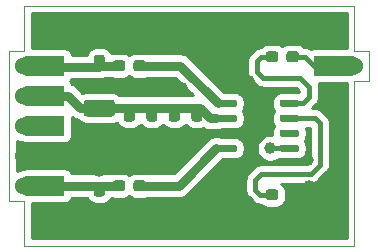
<source format=gbr>
%TF.GenerationSoftware,KiCad,Pcbnew,(5.1.9)-1*%
%TF.CreationDate,2021-08-02T18:10:52+02:00*%
%TF.ProjectId,10_Audio_Facile,31305f41-7564-4696-9f5f-466163696c65,rev?*%
%TF.SameCoordinates,Original*%
%TF.FileFunction,Copper,L1,Top*%
%TF.FilePolarity,Positive*%
%FSLAX46Y46*%
G04 Gerber Fmt 4.6, Leading zero omitted, Abs format (unit mm)*
G04 Created by KiCad (PCBNEW (5.1.9)-1) date 2021-08-02 18:10:52*
%MOMM*%
%LPD*%
G01*
G04 APERTURE LIST*
%TA.AperFunction,Profile*%
%ADD10C,0.050000*%
%TD*%
%TA.AperFunction,ComponentPad*%
%ADD11C,1.524000*%
%TD*%
%TA.AperFunction,ComponentPad*%
%ADD12C,0.100000*%
%TD*%
%TA.AperFunction,ViaPad*%
%ADD13C,1.000000*%
%TD*%
%TA.AperFunction,Conductor*%
%ADD14C,0.400000*%
%TD*%
%TA.AperFunction,Conductor*%
%ADD15C,0.800000*%
%TD*%
%TA.AperFunction,Conductor*%
%ADD16C,0.254000*%
%TD*%
%TA.AperFunction,Conductor*%
%ADD17C,0.100000*%
%TD*%
G04 APERTURE END LIST*
D10*
X130810000Y-67310000D02*
X129540000Y-67310000D01*
X130810000Y-64770000D02*
X130810000Y-67310000D01*
X129540000Y-64770000D02*
X130810000Y-64770000D01*
X129540000Y-60960000D02*
X129540000Y-64770000D01*
X129540000Y-67310000D02*
X129540000Y-81280000D01*
X101600000Y-60960000D02*
X129540000Y-60960000D01*
X101600000Y-77470000D02*
X101600000Y-81280000D01*
X100330000Y-77470000D02*
X101600000Y-77470000D01*
X101600000Y-60960000D02*
X101600000Y-64770000D01*
X101600000Y-64770000D02*
X100330000Y-64770000D01*
X129540000Y-81280000D02*
X101600000Y-81280000D01*
X100330000Y-77470000D02*
X100330000Y-64770000D01*
%TO.P,C1,2*%
%TO.N,5V*%
%TA.AperFunction,SMDPad,CuDef*%
G36*
G01*
X109025000Y-70345000D02*
X106875000Y-70345000D01*
G75*
G02*
X106625000Y-70095000I0J250000D01*
G01*
X106625000Y-69170000D01*
G75*
G02*
X106875000Y-68920000I250000J0D01*
G01*
X109025000Y-68920000D01*
G75*
G02*
X109275000Y-69170000I0J-250000D01*
G01*
X109275000Y-70095000D01*
G75*
G02*
X109025000Y-70345000I-250000J0D01*
G01*
G37*
%TD.AperFunction*%
%TO.P,C1,1*%
%TO.N,GND*%
%TA.AperFunction,SMDPad,CuDef*%
G36*
G01*
X109025000Y-73320000D02*
X106875000Y-73320000D01*
G75*
G02*
X106625000Y-73070000I0J250000D01*
G01*
X106625000Y-72145000D01*
G75*
G02*
X106875000Y-71895000I250000J0D01*
G01*
X109025000Y-71895000D01*
G75*
G02*
X109275000Y-72145000I0J-250000D01*
G01*
X109275000Y-73070000D01*
G75*
G02*
X109025000Y-73320000I-250000J0D01*
G01*
G37*
%TD.AperFunction*%
%TD*%
%TO.P,C2,2*%
%TO.N,5V*%
%TA.AperFunction,SMDPad,CuDef*%
G36*
G01*
X110727500Y-70770000D02*
X110252500Y-70770000D01*
G75*
G02*
X110015000Y-70532500I0J237500D01*
G01*
X110015000Y-69957500D01*
G75*
G02*
X110252500Y-69720000I237500J0D01*
G01*
X110727500Y-69720000D01*
G75*
G02*
X110965000Y-69957500I0J-237500D01*
G01*
X110965000Y-70532500D01*
G75*
G02*
X110727500Y-70770000I-237500J0D01*
G01*
G37*
%TD.AperFunction*%
%TO.P,C2,1*%
%TO.N,GND*%
%TA.AperFunction,SMDPad,CuDef*%
G36*
G01*
X110727500Y-72520000D02*
X110252500Y-72520000D01*
G75*
G02*
X110015000Y-72282500I0J237500D01*
G01*
X110015000Y-71707500D01*
G75*
G02*
X110252500Y-71470000I237500J0D01*
G01*
X110727500Y-71470000D01*
G75*
G02*
X110965000Y-71707500I0J-237500D01*
G01*
X110965000Y-72282500D01*
G75*
G02*
X110727500Y-72520000I-237500J0D01*
G01*
G37*
%TD.AperFunction*%
%TD*%
%TO.P,C3,2*%
%TO.N,5V*%
%TA.AperFunction,SMDPad,CuDef*%
G36*
G01*
X112632500Y-70770000D02*
X112157500Y-70770000D01*
G75*
G02*
X111920000Y-70532500I0J237500D01*
G01*
X111920000Y-69957500D01*
G75*
G02*
X112157500Y-69720000I237500J0D01*
G01*
X112632500Y-69720000D01*
G75*
G02*
X112870000Y-69957500I0J-237500D01*
G01*
X112870000Y-70532500D01*
G75*
G02*
X112632500Y-70770000I-237500J0D01*
G01*
G37*
%TD.AperFunction*%
%TO.P,C3,1*%
%TO.N,GND*%
%TA.AperFunction,SMDPad,CuDef*%
G36*
G01*
X112632500Y-72520000D02*
X112157500Y-72520000D01*
G75*
G02*
X111920000Y-72282500I0J237500D01*
G01*
X111920000Y-71707500D01*
G75*
G02*
X112157500Y-71470000I237500J0D01*
G01*
X112632500Y-71470000D01*
G75*
G02*
X112870000Y-71707500I0J-237500D01*
G01*
X112870000Y-72282500D01*
G75*
G02*
X112632500Y-72520000I-237500J0D01*
G01*
G37*
%TD.AperFunction*%
%TD*%
%TO.P,C4,2*%
%TO.N,5V*%
%TA.AperFunction,SMDPad,CuDef*%
G36*
G01*
X114537500Y-70770000D02*
X114062500Y-70770000D01*
G75*
G02*
X113825000Y-70532500I0J237500D01*
G01*
X113825000Y-69957500D01*
G75*
G02*
X114062500Y-69720000I237500J0D01*
G01*
X114537500Y-69720000D01*
G75*
G02*
X114775000Y-69957500I0J-237500D01*
G01*
X114775000Y-70532500D01*
G75*
G02*
X114537500Y-70770000I-237500J0D01*
G01*
G37*
%TD.AperFunction*%
%TO.P,C4,1*%
%TO.N,GND*%
%TA.AperFunction,SMDPad,CuDef*%
G36*
G01*
X114537500Y-72520000D02*
X114062500Y-72520000D01*
G75*
G02*
X113825000Y-72282500I0J237500D01*
G01*
X113825000Y-71707500D01*
G75*
G02*
X114062500Y-71470000I237500J0D01*
G01*
X114537500Y-71470000D01*
G75*
G02*
X114775000Y-71707500I0J-237500D01*
G01*
X114775000Y-72282500D01*
G75*
G02*
X114537500Y-72520000I-237500J0D01*
G01*
G37*
%TD.AperFunction*%
%TD*%
%TO.P,C5,2*%
%TO.N,5V*%
%TA.AperFunction,SMDPad,CuDef*%
G36*
G01*
X116442500Y-70770000D02*
X115967500Y-70770000D01*
G75*
G02*
X115730000Y-70532500I0J237500D01*
G01*
X115730000Y-69957500D01*
G75*
G02*
X115967500Y-69720000I237500J0D01*
G01*
X116442500Y-69720000D01*
G75*
G02*
X116680000Y-69957500I0J-237500D01*
G01*
X116680000Y-70532500D01*
G75*
G02*
X116442500Y-70770000I-237500J0D01*
G01*
G37*
%TD.AperFunction*%
%TO.P,C5,1*%
%TO.N,GND*%
%TA.AperFunction,SMDPad,CuDef*%
G36*
G01*
X116442500Y-72520000D02*
X115967500Y-72520000D01*
G75*
G02*
X115730000Y-72282500I0J237500D01*
G01*
X115730000Y-71707500D01*
G75*
G02*
X115967500Y-71470000I237500J0D01*
G01*
X116442500Y-71470000D01*
G75*
G02*
X116680000Y-71707500I0J-237500D01*
G01*
X116680000Y-72282500D01*
G75*
G02*
X116442500Y-72520000I-237500J0D01*
G01*
G37*
%TD.AperFunction*%
%TD*%
%TO.P,C6,2*%
%TO.N,GND*%
%TA.AperFunction,SMDPad,CuDef*%
G36*
G01*
X108187500Y-64420000D02*
X107712500Y-64420000D01*
G75*
G02*
X107475000Y-64182500I0J237500D01*
G01*
X107475000Y-63607500D01*
G75*
G02*
X107712500Y-63370000I237500J0D01*
G01*
X108187500Y-63370000D01*
G75*
G02*
X108425000Y-63607500I0J-237500D01*
G01*
X108425000Y-64182500D01*
G75*
G02*
X108187500Y-64420000I-237500J0D01*
G01*
G37*
%TD.AperFunction*%
%TO.P,C6,1*%
%TO.N,OUT_P*%
%TA.AperFunction,SMDPad,CuDef*%
G36*
G01*
X108187500Y-66170000D02*
X107712500Y-66170000D01*
G75*
G02*
X107475000Y-65932500I0J237500D01*
G01*
X107475000Y-65357500D01*
G75*
G02*
X107712500Y-65120000I237500J0D01*
G01*
X108187500Y-65120000D01*
G75*
G02*
X108425000Y-65357500I0J-237500D01*
G01*
X108425000Y-65932500D01*
G75*
G02*
X108187500Y-66170000I-237500J0D01*
G01*
G37*
%TD.AperFunction*%
%TD*%
%TO.P,C7,2*%
%TO.N,GND*%
%TA.AperFunction,SMDPad,CuDef*%
G36*
G01*
X123794000Y-77199500D02*
X123794000Y-76724500D01*
G75*
G02*
X124031500Y-76487000I237500J0D01*
G01*
X124606500Y-76487000D01*
G75*
G02*
X124844000Y-76724500I0J-237500D01*
G01*
X124844000Y-77199500D01*
G75*
G02*
X124606500Y-77437000I-237500J0D01*
G01*
X124031500Y-77437000D01*
G75*
G02*
X123794000Y-77199500I0J237500D01*
G01*
G37*
%TD.AperFunction*%
%TO.P,C7,1*%
%TO.N,Net-(C7-Pad1)*%
%TA.AperFunction,SMDPad,CuDef*%
G36*
G01*
X122044000Y-77199500D02*
X122044000Y-76724500D01*
G75*
G02*
X122281500Y-76487000I237500J0D01*
G01*
X122856500Y-76487000D01*
G75*
G02*
X123094000Y-76724500I0J-237500D01*
G01*
X123094000Y-77199500D01*
G75*
G02*
X122856500Y-77437000I-237500J0D01*
G01*
X122281500Y-77437000D01*
G75*
G02*
X122044000Y-77199500I0J237500D01*
G01*
G37*
%TD.AperFunction*%
%TD*%
%TO.P,C8,2*%
%TO.N,IN*%
%TA.AperFunction,SMDPad,CuDef*%
G36*
G01*
X123794000Y-65515500D02*
X123794000Y-65040500D01*
G75*
G02*
X124031500Y-64803000I237500J0D01*
G01*
X124606500Y-64803000D01*
G75*
G02*
X124844000Y-65040500I0J-237500D01*
G01*
X124844000Y-65515500D01*
G75*
G02*
X124606500Y-65753000I-237500J0D01*
G01*
X124031500Y-65753000D01*
G75*
G02*
X123794000Y-65515500I0J237500D01*
G01*
G37*
%TD.AperFunction*%
%TO.P,C8,1*%
%TO.N,Net-(C8-Pad1)*%
%TA.AperFunction,SMDPad,CuDef*%
G36*
G01*
X122044000Y-65515500D02*
X122044000Y-65040500D01*
G75*
G02*
X122281500Y-64803000I237500J0D01*
G01*
X122856500Y-64803000D01*
G75*
G02*
X123094000Y-65040500I0J-237500D01*
G01*
X123094000Y-65515500D01*
G75*
G02*
X122856500Y-65753000I-237500J0D01*
G01*
X122281500Y-65753000D01*
G75*
G02*
X122044000Y-65515500I0J237500D01*
G01*
G37*
%TD.AperFunction*%
%TD*%
%TO.P,C9,2*%
%TO.N,OUT_N*%
%TA.AperFunction,SMDPad,CuDef*%
G36*
G01*
X108187500Y-77120000D02*
X107712500Y-77120000D01*
G75*
G02*
X107475000Y-76882500I0J237500D01*
G01*
X107475000Y-76307500D01*
G75*
G02*
X107712500Y-76070000I237500J0D01*
G01*
X108187500Y-76070000D01*
G75*
G02*
X108425000Y-76307500I0J-237500D01*
G01*
X108425000Y-76882500D01*
G75*
G02*
X108187500Y-77120000I-237500J0D01*
G01*
G37*
%TD.AperFunction*%
%TO.P,C9,1*%
%TO.N,GND*%
%TA.AperFunction,SMDPad,CuDef*%
G36*
G01*
X108187500Y-78870000D02*
X107712500Y-78870000D01*
G75*
G02*
X107475000Y-78632500I0J237500D01*
G01*
X107475000Y-78057500D01*
G75*
G02*
X107712500Y-77820000I237500J0D01*
G01*
X108187500Y-77820000D01*
G75*
G02*
X108425000Y-78057500I0J-237500D01*
G01*
X108425000Y-78632500D01*
G75*
G02*
X108187500Y-78870000I-237500J0D01*
G01*
G37*
%TD.AperFunction*%
%TD*%
%TO.P,FB1,2*%
%TO.N,OUT_P*%
%TA.AperFunction,SMDPad,CuDef*%
G36*
G01*
X110140000Y-65802500D02*
X110140000Y-66277500D01*
G75*
G02*
X109902500Y-66515000I-237500J0D01*
G01*
X109327500Y-66515000D01*
G75*
G02*
X109090000Y-66277500I0J237500D01*
G01*
X109090000Y-65802500D01*
G75*
G02*
X109327500Y-65565000I237500J0D01*
G01*
X109902500Y-65565000D01*
G75*
G02*
X110140000Y-65802500I0J-237500D01*
G01*
G37*
%TD.AperFunction*%
%TO.P,FB1,1*%
%TO.N,Net-(FB1-Pad1)*%
%TA.AperFunction,SMDPad,CuDef*%
G36*
G01*
X111890000Y-65802500D02*
X111890000Y-66277500D01*
G75*
G02*
X111652500Y-66515000I-237500J0D01*
G01*
X111077500Y-66515000D01*
G75*
G02*
X110840000Y-66277500I0J237500D01*
G01*
X110840000Y-65802500D01*
G75*
G02*
X111077500Y-65565000I237500J0D01*
G01*
X111652500Y-65565000D01*
G75*
G02*
X111890000Y-65802500I0J-237500D01*
G01*
G37*
%TD.AperFunction*%
%TD*%
%TO.P,FB2,2*%
%TO.N,OUT_N*%
%TA.AperFunction,SMDPad,CuDef*%
G36*
G01*
X110140000Y-75962500D02*
X110140000Y-76437500D01*
G75*
G02*
X109902500Y-76675000I-237500J0D01*
G01*
X109327500Y-76675000D01*
G75*
G02*
X109090000Y-76437500I0J237500D01*
G01*
X109090000Y-75962500D01*
G75*
G02*
X109327500Y-75725000I237500J0D01*
G01*
X109902500Y-75725000D01*
G75*
G02*
X110140000Y-75962500I0J-237500D01*
G01*
G37*
%TD.AperFunction*%
%TO.P,FB2,1*%
%TO.N,Net-(FB2-Pad1)*%
%TA.AperFunction,SMDPad,CuDef*%
G36*
G01*
X111890000Y-75962500D02*
X111890000Y-76437500D01*
G75*
G02*
X111652500Y-76675000I-237500J0D01*
G01*
X111077500Y-76675000D01*
G75*
G02*
X110840000Y-76437500I0J237500D01*
G01*
X110840000Y-75962500D01*
G75*
G02*
X111077500Y-75725000I237500J0D01*
G01*
X111652500Y-75725000D01*
G75*
G02*
X111890000Y-75962500I0J-237500D01*
G01*
G37*
%TD.AperFunction*%
%TD*%
%TO.P,U1,8*%
%TO.N,Net-(FB2-Pad1)*%
%TA.AperFunction,SMDPad,CuDef*%
G36*
G01*
X119612000Y-72875000D02*
X119612000Y-73175000D01*
G75*
G02*
X119462000Y-73325000I-150000J0D01*
G01*
X118112000Y-73325000D01*
G75*
G02*
X117962000Y-73175000I0J150000D01*
G01*
X117962000Y-72875000D01*
G75*
G02*
X118112000Y-72725000I150000J0D01*
G01*
X119462000Y-72725000D01*
G75*
G02*
X119612000Y-72875000I0J-150000D01*
G01*
G37*
%TD.AperFunction*%
%TO.P,U1,7*%
%TO.N,GND*%
%TA.AperFunction,SMDPad,CuDef*%
G36*
G01*
X119612000Y-71605000D02*
X119612000Y-71905000D01*
G75*
G02*
X119462000Y-72055000I-150000J0D01*
G01*
X118112000Y-72055000D01*
G75*
G02*
X117962000Y-71905000I0J150000D01*
G01*
X117962000Y-71605000D01*
G75*
G02*
X118112000Y-71455000I150000J0D01*
G01*
X119462000Y-71455000D01*
G75*
G02*
X119612000Y-71605000I0J-150000D01*
G01*
G37*
%TD.AperFunction*%
%TO.P,U1,6*%
%TO.N,5V*%
%TA.AperFunction,SMDPad,CuDef*%
G36*
G01*
X119612000Y-70335000D02*
X119612000Y-70635000D01*
G75*
G02*
X119462000Y-70785000I-150000J0D01*
G01*
X118112000Y-70785000D01*
G75*
G02*
X117962000Y-70635000I0J150000D01*
G01*
X117962000Y-70335000D01*
G75*
G02*
X118112000Y-70185000I150000J0D01*
G01*
X119462000Y-70185000D01*
G75*
G02*
X119612000Y-70335000I0J-150000D01*
G01*
G37*
%TD.AperFunction*%
%TO.P,U1,5*%
%TO.N,Net-(FB1-Pad1)*%
%TA.AperFunction,SMDPad,CuDef*%
G36*
G01*
X119612000Y-69065000D02*
X119612000Y-69365000D01*
G75*
G02*
X119462000Y-69515000I-150000J0D01*
G01*
X118112000Y-69515000D01*
G75*
G02*
X117962000Y-69365000I0J150000D01*
G01*
X117962000Y-69065000D01*
G75*
G02*
X118112000Y-68915000I150000J0D01*
G01*
X119462000Y-68915000D01*
G75*
G02*
X119612000Y-69065000I0J-150000D01*
G01*
G37*
%TD.AperFunction*%
%TO.P,U1,4*%
%TO.N,Net-(C8-Pad1)*%
%TA.AperFunction,SMDPad,CuDef*%
G36*
G01*
X124862000Y-69065000D02*
X124862000Y-69365000D01*
G75*
G02*
X124712000Y-69515000I-150000J0D01*
G01*
X123362000Y-69515000D01*
G75*
G02*
X123212000Y-69365000I0J150000D01*
G01*
X123212000Y-69065000D01*
G75*
G02*
X123362000Y-68915000I150000J0D01*
G01*
X124712000Y-68915000D01*
G75*
G02*
X124862000Y-69065000I0J-150000D01*
G01*
G37*
%TD.AperFunction*%
%TO.P,U1,3*%
%TO.N,Net-(C7-Pad1)*%
%TA.AperFunction,SMDPad,CuDef*%
G36*
G01*
X124862000Y-70335000D02*
X124862000Y-70635000D01*
G75*
G02*
X124712000Y-70785000I-150000J0D01*
G01*
X123362000Y-70785000D01*
G75*
G02*
X123212000Y-70635000I0J150000D01*
G01*
X123212000Y-70335000D01*
G75*
G02*
X123362000Y-70185000I150000J0D01*
G01*
X124712000Y-70185000D01*
G75*
G02*
X124862000Y-70335000I0J-150000D01*
G01*
G37*
%TD.AperFunction*%
%TO.P,U1,2*%
%TO.N,Net-(U1-Pad2)*%
%TA.AperFunction,SMDPad,CuDef*%
G36*
G01*
X124862000Y-71605000D02*
X124862000Y-71905000D01*
G75*
G02*
X124712000Y-72055000I-150000J0D01*
G01*
X123362000Y-72055000D01*
G75*
G02*
X123212000Y-71905000I0J150000D01*
G01*
X123212000Y-71605000D01*
G75*
G02*
X123362000Y-71455000I150000J0D01*
G01*
X124712000Y-71455000D01*
G75*
G02*
X124862000Y-71605000I0J-150000D01*
G01*
G37*
%TD.AperFunction*%
%TO.P,U1,1*%
%TO.N,SD*%
%TA.AperFunction,SMDPad,CuDef*%
G36*
G01*
X124862000Y-72875000D02*
X124862000Y-73175000D01*
G75*
G02*
X124712000Y-73325000I-150000J0D01*
G01*
X123362000Y-73325000D01*
G75*
G02*
X123212000Y-73175000I0J150000D01*
G01*
X123212000Y-72875000D01*
G75*
G02*
X123362000Y-72725000I150000J0D01*
G01*
X124712000Y-72725000D01*
G75*
G02*
X124862000Y-72875000I0J-150000D01*
G01*
G37*
%TD.AperFunction*%
%TD*%
D11*
%TO.P,J1,1*%
%TO.N,5V*%
X101600000Y-68580000D03*
%TA.AperFunction,ComponentPad*%
D12*
G36*
X101928132Y-69429917D02*
G01*
X101845251Y-69424703D01*
X101763275Y-69411425D01*
X101682986Y-69390212D01*
X101605149Y-69361265D01*
X101530509Y-69324861D01*
X101459778Y-69281346D01*
X101393631Y-69231138D01*
X101332698Y-69174714D01*
X101277563Y-69112613D01*
X101228750Y-69045429D01*
X101186727Y-68973802D01*
X101151894Y-68898416D01*
X101124583Y-68819990D01*
X101105056Y-68739274D01*
X101093498Y-68657038D01*
X101090021Y-68574066D01*
X101094656Y-68491151D01*
X101107361Y-68409084D01*
X101128013Y-68328648D01*
X101156416Y-68250612D01*
X101192299Y-68175719D01*
X101235318Y-68104686D01*
X101285064Y-68038190D01*
X101341061Y-67976865D01*
X101402775Y-67921297D01*
X101469617Y-67872017D01*
X101540949Y-67829495D01*
X101616090Y-67794136D01*
X101694323Y-67766278D01*
X101774901Y-67746188D01*
X101857055Y-67734057D01*
X101940000Y-67730000D01*
X104990000Y-67730000D01*
X104990000Y-69430000D01*
X101940000Y-69430000D01*
X101928132Y-69429917D01*
G37*
%TD.AperFunction*%
%TD*%
D11*
%TO.P,J2,1*%
%TO.N,SD*%
X101600000Y-71120000D03*
%TA.AperFunction,ComponentPad*%
D12*
G36*
X101928132Y-71969917D02*
G01*
X101845251Y-71964703D01*
X101763275Y-71951425D01*
X101682986Y-71930212D01*
X101605149Y-71901265D01*
X101530509Y-71864861D01*
X101459778Y-71821346D01*
X101393631Y-71771138D01*
X101332698Y-71714714D01*
X101277563Y-71652613D01*
X101228750Y-71585429D01*
X101186727Y-71513802D01*
X101151894Y-71438416D01*
X101124583Y-71359990D01*
X101105056Y-71279274D01*
X101093498Y-71197038D01*
X101090021Y-71114066D01*
X101094656Y-71031151D01*
X101107361Y-70949084D01*
X101128013Y-70868648D01*
X101156416Y-70790612D01*
X101192299Y-70715719D01*
X101235318Y-70644686D01*
X101285064Y-70578190D01*
X101341061Y-70516865D01*
X101402775Y-70461297D01*
X101469617Y-70412017D01*
X101540949Y-70369495D01*
X101616090Y-70334136D01*
X101694323Y-70306278D01*
X101774901Y-70286188D01*
X101857055Y-70274057D01*
X101940000Y-70270000D01*
X104990000Y-70270000D01*
X104990000Y-71970000D01*
X101940000Y-71970000D01*
X101928132Y-71969917D01*
G37*
%TD.AperFunction*%
%TD*%
D11*
%TO.P,J3,1*%
%TO.N,GND*%
X101600000Y-73660000D03*
%TA.AperFunction,ComponentPad*%
D12*
G36*
X101928132Y-74509917D02*
G01*
X101845251Y-74504703D01*
X101763275Y-74491425D01*
X101682986Y-74470212D01*
X101605149Y-74441265D01*
X101530509Y-74404861D01*
X101459778Y-74361346D01*
X101393631Y-74311138D01*
X101332698Y-74254714D01*
X101277563Y-74192613D01*
X101228750Y-74125429D01*
X101186727Y-74053802D01*
X101151894Y-73978416D01*
X101124583Y-73899990D01*
X101105056Y-73819274D01*
X101093498Y-73737038D01*
X101090021Y-73654066D01*
X101094656Y-73571151D01*
X101107361Y-73489084D01*
X101128013Y-73408648D01*
X101156416Y-73330612D01*
X101192299Y-73255719D01*
X101235318Y-73184686D01*
X101285064Y-73118190D01*
X101341061Y-73056865D01*
X101402775Y-73001297D01*
X101469617Y-72952017D01*
X101540949Y-72909495D01*
X101616090Y-72874136D01*
X101694323Y-72846278D01*
X101774901Y-72826188D01*
X101857055Y-72814057D01*
X101940000Y-72810000D01*
X104990000Y-72810000D01*
X104990000Y-74510000D01*
X101940000Y-74510000D01*
X101928132Y-74509917D01*
G37*
%TD.AperFunction*%
%TD*%
D11*
%TO.P,J4,1*%
%TO.N,IN*%
X129540000Y-66040000D03*
%TA.AperFunction,ComponentPad*%
D12*
G36*
X129211868Y-65190083D02*
G01*
X129294749Y-65195297D01*
X129376725Y-65208575D01*
X129457014Y-65229788D01*
X129534851Y-65258735D01*
X129609491Y-65295139D01*
X129680222Y-65338654D01*
X129746369Y-65388862D01*
X129807302Y-65445286D01*
X129862437Y-65507387D01*
X129911250Y-65574571D01*
X129953273Y-65646198D01*
X129988106Y-65721584D01*
X130015417Y-65800010D01*
X130034944Y-65880726D01*
X130046502Y-65962962D01*
X130049979Y-66045934D01*
X130045344Y-66128849D01*
X130032639Y-66210916D01*
X130011987Y-66291352D01*
X129983584Y-66369388D01*
X129947701Y-66444281D01*
X129904682Y-66515314D01*
X129854936Y-66581810D01*
X129798939Y-66643135D01*
X129737225Y-66698703D01*
X129670383Y-66747983D01*
X129599051Y-66790505D01*
X129523910Y-66825864D01*
X129445677Y-66853722D01*
X129365099Y-66873812D01*
X129282945Y-66885943D01*
X129200000Y-66890000D01*
X126150000Y-66890000D01*
X126150000Y-65190000D01*
X129200000Y-65190000D01*
X129211868Y-65190083D01*
G37*
%TD.AperFunction*%
%TD*%
D11*
%TO.P,J5,1*%
%TO.N,OUT_P*%
X101600000Y-66040000D03*
%TA.AperFunction,ComponentPad*%
D12*
G36*
X101928132Y-66889917D02*
G01*
X101845251Y-66884703D01*
X101763275Y-66871425D01*
X101682986Y-66850212D01*
X101605149Y-66821265D01*
X101530509Y-66784861D01*
X101459778Y-66741346D01*
X101393631Y-66691138D01*
X101332698Y-66634714D01*
X101277563Y-66572613D01*
X101228750Y-66505429D01*
X101186727Y-66433802D01*
X101151894Y-66358416D01*
X101124583Y-66279990D01*
X101105056Y-66199274D01*
X101093498Y-66117038D01*
X101090021Y-66034066D01*
X101094656Y-65951151D01*
X101107361Y-65869084D01*
X101128013Y-65788648D01*
X101156416Y-65710612D01*
X101192299Y-65635719D01*
X101235318Y-65564686D01*
X101285064Y-65498190D01*
X101341061Y-65436865D01*
X101402775Y-65381297D01*
X101469617Y-65332017D01*
X101540949Y-65289495D01*
X101616090Y-65254136D01*
X101694323Y-65226278D01*
X101774901Y-65206188D01*
X101857055Y-65194057D01*
X101940000Y-65190000D01*
X104990000Y-65190000D01*
X104990000Y-66890000D01*
X101940000Y-66890000D01*
X101928132Y-66889917D01*
G37*
%TD.AperFunction*%
%TD*%
D11*
%TO.P,J6,1*%
%TO.N,OUT_N*%
X101600000Y-76200000D03*
%TA.AperFunction,ComponentPad*%
D12*
G36*
X101928132Y-77049917D02*
G01*
X101845251Y-77044703D01*
X101763275Y-77031425D01*
X101682986Y-77010212D01*
X101605149Y-76981265D01*
X101530509Y-76944861D01*
X101459778Y-76901346D01*
X101393631Y-76851138D01*
X101332698Y-76794714D01*
X101277563Y-76732613D01*
X101228750Y-76665429D01*
X101186727Y-76593802D01*
X101151894Y-76518416D01*
X101124583Y-76439990D01*
X101105056Y-76359274D01*
X101093498Y-76277038D01*
X101090021Y-76194066D01*
X101094656Y-76111151D01*
X101107361Y-76029084D01*
X101128013Y-75948648D01*
X101156416Y-75870612D01*
X101192299Y-75795719D01*
X101235318Y-75724686D01*
X101285064Y-75658190D01*
X101341061Y-75596865D01*
X101402775Y-75541297D01*
X101469617Y-75492017D01*
X101540949Y-75449495D01*
X101616090Y-75414136D01*
X101694323Y-75386278D01*
X101774901Y-75366188D01*
X101857055Y-75354057D01*
X101940000Y-75350000D01*
X104990000Y-75350000D01*
X104990000Y-77050000D01*
X101940000Y-77050000D01*
X101928132Y-77049917D01*
G37*
%TD.AperFunction*%
%TD*%
D13*
%TO.N,GND*%
X128270000Y-78740000D03*
X110490000Y-73660000D03*
X113030000Y-73660000D03*
X114935000Y-73787000D03*
X107950000Y-74930000D03*
X105410000Y-78740000D03*
X102870000Y-78740000D03*
X110490000Y-78740000D03*
X113030000Y-78740000D03*
X115570000Y-78740000D03*
X118110000Y-78740000D03*
X120650000Y-78740000D03*
X123190000Y-78740000D03*
X125730000Y-78740000D03*
X116840000Y-76200000D03*
X118110000Y-74930000D03*
X120269000Y-74930000D03*
X120650000Y-69850000D03*
X121920000Y-69850000D03*
X121920000Y-71120000D03*
X120650000Y-71120000D03*
X110490000Y-67818000D03*
X112395000Y-67818000D03*
X114935000Y-67945000D03*
X128270000Y-76200000D03*
X128270000Y-73660000D03*
X128270000Y-71120000D03*
X128270000Y-68580000D03*
X128270000Y-63500000D03*
X125730000Y-63500000D03*
X123190000Y-63500000D03*
X120650000Y-63500000D03*
X118110000Y-63500000D03*
X115570000Y-63500000D03*
X113030000Y-63500000D03*
X110490000Y-63500000D03*
X105410000Y-63500000D03*
X102870000Y-63500000D03*
X116840000Y-66040000D03*
X118110000Y-67310000D03*
X120650000Y-67310000D03*
X119380000Y-64770000D03*
X119380000Y-77470000D03*
X125730000Y-76200000D03*
X125603000Y-74041000D03*
X107950000Y-67691000D03*
%TO.N,SD*%
X122428000Y-73025000D03*
%TD*%
D14*
%TO.N,GND*%
X101600000Y-73660000D02*
X104140000Y-73660000D01*
X104140000Y-73660000D02*
X105156000Y-73660000D01*
X106208500Y-72607500D02*
X107950000Y-72607500D01*
X105156000Y-73660000D02*
X106208500Y-72607500D01*
X118787000Y-71755000D02*
X117602000Y-71755000D01*
X117602000Y-71755000D02*
X116749500Y-72607500D01*
X116205000Y-72517000D02*
X116114500Y-72607500D01*
X116749500Y-72607500D02*
X116114500Y-72607500D01*
X116205000Y-71995000D02*
X116205000Y-72517000D01*
X114300000Y-71995000D02*
X114300000Y-72390000D01*
X116114500Y-72607500D02*
X114517500Y-72607500D01*
X114300000Y-72390000D02*
X114517500Y-72607500D01*
X112395000Y-72517000D02*
X112304500Y-72607500D01*
X112395000Y-71995000D02*
X112395000Y-72517000D01*
X114517500Y-72607500D02*
X112304500Y-72607500D01*
X110490000Y-71995000D02*
X110490000Y-72571000D01*
X112304500Y-72607500D02*
X110526500Y-72607500D01*
X110490000Y-72571000D02*
X110526500Y-72607500D01*
X110526500Y-72607500D02*
X107950000Y-72607500D01*
X124968000Y-76962000D02*
X125730000Y-76200000D01*
X124319000Y-76962000D02*
X124968000Y-76962000D01*
X120015000Y-71755000D02*
X120650000Y-71120000D01*
X118787000Y-71755000D02*
X120015000Y-71755000D01*
X110526500Y-73623500D02*
X110490000Y-73660000D01*
X110526500Y-72607500D02*
X110526500Y-73623500D01*
X107950000Y-78345000D02*
X107950000Y-78740000D01*
X107950000Y-78740000D02*
X110490000Y-78740000D01*
X107950000Y-63895000D02*
X107950000Y-63627000D01*
X108077000Y-63500000D02*
X110490000Y-63500000D01*
X107950000Y-63627000D02*
X108077000Y-63500000D01*
%TO.N,5V*%
X101600000Y-68580000D02*
X104140000Y-68580000D01*
X118787000Y-70485000D02*
X117856000Y-70485000D01*
X107986500Y-69596000D02*
X107950000Y-69632500D01*
X116205000Y-69723000D02*
X116078000Y-69596000D01*
X116205000Y-70245000D02*
X116205000Y-69723000D01*
D15*
X116078000Y-69596000D02*
X114427000Y-69596000D01*
D14*
X114300000Y-69723000D02*
X114427000Y-69596000D01*
X114300000Y-70245000D02*
X114300000Y-69723000D01*
X112395000Y-69723000D02*
X112268000Y-69596000D01*
X112395000Y-70245000D02*
X112395000Y-69723000D01*
D15*
X114427000Y-69596000D02*
X112268000Y-69596000D01*
D14*
X110490000Y-70245000D02*
X110490000Y-69596000D01*
D15*
X112268000Y-69596000D02*
X110490000Y-69596000D01*
X110490000Y-69596000D02*
X107986500Y-69596000D01*
X104140000Y-68580000D02*
X105283000Y-68580000D01*
X106335500Y-69632500D02*
X107950000Y-69632500D01*
X105283000Y-68580000D02*
X106335500Y-69632500D01*
X116459000Y-69596000D02*
X116078000Y-69596000D01*
X117348000Y-70485000D02*
X116459000Y-69596000D01*
X117856000Y-70485000D02*
X117348000Y-70485000D01*
D14*
%TO.N,OUT_P*%
X101600000Y-66040000D02*
X104140000Y-66040000D01*
X107950000Y-65645000D02*
X107950000Y-66167000D01*
X104267000Y-66167000D02*
X104140000Y-66040000D01*
D15*
X107950000Y-66167000D02*
X104267000Y-66167000D01*
D14*
X108077000Y-66040000D02*
X107950000Y-66167000D01*
D15*
X109615000Y-66040000D02*
X108077000Y-66040000D01*
D14*
%TO.N,Net-(C7-Pad1)*%
X126238000Y-70485000D02*
X124037000Y-70485000D01*
X125857000Y-75184000D02*
X126619000Y-74422000D01*
X121666000Y-75184000D02*
X125857000Y-75184000D01*
X126619000Y-70866000D02*
X126238000Y-70485000D01*
X121158000Y-75692000D02*
X121666000Y-75184000D01*
X121158000Y-76581000D02*
X121158000Y-75692000D01*
X126619000Y-74422000D02*
X126619000Y-70866000D01*
X121539000Y-76962000D02*
X121158000Y-76581000D01*
X122569000Y-76962000D02*
X121539000Y-76962000D01*
%TO.N,Net-(C8-Pad1)*%
X125222000Y-69215000D02*
X124037000Y-69215000D01*
X125730000Y-68707000D02*
X125222000Y-69215000D01*
X125730000Y-67818000D02*
X125730000Y-68707000D01*
X124968000Y-67056000D02*
X125730000Y-67818000D01*
X121793000Y-67056000D02*
X124968000Y-67056000D01*
X121285000Y-66548000D02*
X121793000Y-67056000D01*
X121285000Y-65659000D02*
X121285000Y-66548000D01*
X121666000Y-65278000D02*
X121285000Y-65659000D01*
X122569000Y-65278000D02*
X121666000Y-65278000D01*
%TO.N,IN*%
X124319000Y-65278000D02*
X125349000Y-65278000D01*
X126111000Y-66040000D02*
X127000000Y-66040000D01*
X125349000Y-65278000D02*
X126111000Y-66040000D01*
X127000000Y-66040000D02*
X129540000Y-66040000D01*
%TO.N,OUT_N*%
X101600000Y-76200000D02*
X104140000Y-76200000D01*
X107950000Y-76595000D02*
X107950000Y-76200000D01*
D15*
X109615000Y-76200000D02*
X107061000Y-76200000D01*
D14*
X107950000Y-76200000D02*
X107061000Y-76200000D01*
D15*
X107061000Y-76200000D02*
X104140000Y-76200000D01*
%TO.N,Net-(FB1-Pad1)*%
X111365000Y-66040000D02*
X114808000Y-66040000D01*
D14*
X117983000Y-69215000D02*
X118787000Y-69215000D01*
D15*
X114808000Y-66040000D02*
X117983000Y-69215000D01*
D14*
%TO.N,Net-(FB2-Pad1)*%
X118787000Y-73025000D02*
X117856000Y-73025000D01*
D15*
X114681000Y-76200000D02*
X111365000Y-76200000D01*
X117856000Y-73025000D02*
X114681000Y-76200000D01*
D14*
%TO.N,SD*%
X102870000Y-71120000D02*
X104140000Y-71120000D01*
X101600000Y-71120000D02*
X102870000Y-71120000D01*
X122428000Y-73025000D02*
X124037000Y-73025000D01*
%TD*%
D16*
%TO.N,GND*%
X128880001Y-64551928D02*
X126150000Y-64551928D01*
X126025518Y-64564188D01*
X125905820Y-64600498D01*
X125865767Y-64621907D01*
X125815146Y-64580364D01*
X125670087Y-64502828D01*
X125512689Y-64455082D01*
X125390019Y-64443000D01*
X125390018Y-64443000D01*
X125349000Y-64438960D01*
X125307982Y-64443000D01*
X125243369Y-64443000D01*
X125225623Y-64421377D01*
X125092942Y-64312488D01*
X124941567Y-64231577D01*
X124777316Y-64181752D01*
X124606500Y-64164928D01*
X124031500Y-64164928D01*
X123860684Y-64181752D01*
X123696433Y-64231577D01*
X123545058Y-64312488D01*
X123444000Y-64395425D01*
X123342942Y-64312488D01*
X123191567Y-64231577D01*
X123027316Y-64181752D01*
X122856500Y-64164928D01*
X122281500Y-64164928D01*
X122110684Y-64181752D01*
X121946433Y-64231577D01*
X121795058Y-64312488D01*
X121662377Y-64421377D01*
X121646359Y-64440895D01*
X121624991Y-64443000D01*
X121624981Y-64443000D01*
X121502311Y-64455082D01*
X121344913Y-64502828D01*
X121199854Y-64580364D01*
X121072709Y-64684709D01*
X121046554Y-64716579D01*
X120723579Y-65039554D01*
X120691709Y-65065709D01*
X120595142Y-65183377D01*
X120587364Y-65192855D01*
X120509828Y-65337914D01*
X120462082Y-65495312D01*
X120445960Y-65659000D01*
X120450000Y-65700018D01*
X120450000Y-66506982D01*
X120445960Y-66548000D01*
X120462082Y-66711688D01*
X120509828Y-66869086D01*
X120577175Y-66995082D01*
X120587365Y-67014146D01*
X120691710Y-67141291D01*
X120723574Y-67167441D01*
X121173554Y-67617421D01*
X121199709Y-67649291D01*
X121326854Y-67753636D01*
X121471913Y-67831172D01*
X121629311Y-67878918D01*
X121751981Y-67891000D01*
X121751991Y-67891000D01*
X121792999Y-67895039D01*
X121834007Y-67891000D01*
X124622132Y-67891000D01*
X124895000Y-68163868D01*
X124895000Y-68300945D01*
X124865745Y-68292071D01*
X124712000Y-68276928D01*
X123362000Y-68276928D01*
X123208255Y-68292071D01*
X123060418Y-68336916D01*
X122924171Y-68409742D01*
X122804749Y-68507749D01*
X122706742Y-68627171D01*
X122633916Y-68763418D01*
X122589071Y-68911255D01*
X122573928Y-69065000D01*
X122573928Y-69365000D01*
X122589071Y-69518745D01*
X122633916Y-69666582D01*
X122706742Y-69802829D01*
X122745454Y-69850000D01*
X122706742Y-69897171D01*
X122633916Y-70033418D01*
X122589071Y-70181255D01*
X122573928Y-70335000D01*
X122573928Y-70635000D01*
X122589071Y-70788745D01*
X122633916Y-70936582D01*
X122706742Y-71072829D01*
X122745454Y-71120000D01*
X122706742Y-71167171D01*
X122633916Y-71303418D01*
X122589071Y-71451255D01*
X122573928Y-71605000D01*
X122573928Y-71896791D01*
X122539788Y-71890000D01*
X122316212Y-71890000D01*
X122096933Y-71933617D01*
X121890376Y-72019176D01*
X121704480Y-72143388D01*
X121546388Y-72301480D01*
X121422176Y-72487376D01*
X121336617Y-72693933D01*
X121293000Y-72913212D01*
X121293000Y-73136788D01*
X121336617Y-73356067D01*
X121422176Y-73562624D01*
X121546388Y-73748520D01*
X121704480Y-73906612D01*
X121890376Y-74030824D01*
X122096933Y-74116383D01*
X122316212Y-74160000D01*
X122539788Y-74160000D01*
X122759067Y-74116383D01*
X122965624Y-74030824D01*
X123126706Y-73923192D01*
X123208255Y-73947929D01*
X123362000Y-73963072D01*
X124712000Y-73963072D01*
X124865745Y-73947929D01*
X125013582Y-73903084D01*
X125149829Y-73830258D01*
X125269251Y-73732251D01*
X125367258Y-73612829D01*
X125440084Y-73476582D01*
X125484929Y-73328745D01*
X125500072Y-73175000D01*
X125500072Y-72875000D01*
X125484929Y-72721255D01*
X125440084Y-72573418D01*
X125367258Y-72437171D01*
X125328546Y-72390000D01*
X125367258Y-72342829D01*
X125440084Y-72206582D01*
X125484929Y-72058745D01*
X125500072Y-71905000D01*
X125500072Y-71605000D01*
X125484929Y-71451255D01*
X125445114Y-71320000D01*
X125784001Y-71320000D01*
X125784000Y-74076132D01*
X125511132Y-74349000D01*
X121707007Y-74349000D01*
X121665999Y-74344961D01*
X121624991Y-74349000D01*
X121624981Y-74349000D01*
X121502311Y-74361082D01*
X121344913Y-74408828D01*
X121199854Y-74486364D01*
X121072709Y-74590709D01*
X121046554Y-74622579D01*
X120596574Y-75072559D01*
X120564710Y-75098709D01*
X120498016Y-75179976D01*
X120460364Y-75225855D01*
X120382828Y-75370914D01*
X120335082Y-75528312D01*
X120318960Y-75692000D01*
X120323000Y-75733018D01*
X120323000Y-76539982D01*
X120318960Y-76581000D01*
X120323000Y-76622018D01*
X120335082Y-76744688D01*
X120382828Y-76902086D01*
X120460364Y-77047145D01*
X120564709Y-77174291D01*
X120596579Y-77200446D01*
X120919554Y-77523421D01*
X120945709Y-77555291D01*
X121072854Y-77659636D01*
X121217913Y-77737172D01*
X121375311Y-77784918D01*
X121497981Y-77797000D01*
X121497991Y-77797000D01*
X121538999Y-77801039D01*
X121580007Y-77797000D01*
X121644631Y-77797000D01*
X121662377Y-77818623D01*
X121795058Y-77927512D01*
X121946433Y-78008423D01*
X122110684Y-78058248D01*
X122281500Y-78075072D01*
X122856500Y-78075072D01*
X123027316Y-78058248D01*
X123191567Y-78008423D01*
X123342942Y-77927512D01*
X123475623Y-77818623D01*
X123584512Y-77685942D01*
X123665423Y-77534567D01*
X123715248Y-77370316D01*
X123732072Y-77199500D01*
X123732072Y-76724500D01*
X123715248Y-76553684D01*
X123665423Y-76389433D01*
X123584512Y-76238058D01*
X123475623Y-76105377D01*
X123370373Y-76019000D01*
X125815982Y-76019000D01*
X125857000Y-76023040D01*
X125898018Y-76019000D01*
X125898019Y-76019000D01*
X126020689Y-76006918D01*
X126178087Y-75959172D01*
X126323146Y-75881636D01*
X126450291Y-75777291D01*
X126476445Y-75745422D01*
X127180433Y-75041436D01*
X127212291Y-75015291D01*
X127316636Y-74888146D01*
X127394172Y-74743087D01*
X127441918Y-74585689D01*
X127454000Y-74463019D01*
X127454000Y-74463018D01*
X127458040Y-74422000D01*
X127454000Y-74380982D01*
X127454000Y-70907007D01*
X127458039Y-70865999D01*
X127454000Y-70824991D01*
X127454000Y-70824981D01*
X127441918Y-70702311D01*
X127394172Y-70544913D01*
X127316636Y-70399854D01*
X127212291Y-70272709D01*
X127180421Y-70246554D01*
X126857446Y-69923579D01*
X126831291Y-69891709D01*
X126704146Y-69787364D01*
X126559087Y-69709828D01*
X126401689Y-69662082D01*
X126279019Y-69650000D01*
X126279018Y-69650000D01*
X126238000Y-69645960D01*
X126196982Y-69650000D01*
X125967867Y-69650000D01*
X126291421Y-69326446D01*
X126323291Y-69300291D01*
X126427636Y-69173146D01*
X126505172Y-69028087D01*
X126552918Y-68870689D01*
X126565000Y-68748019D01*
X126565000Y-68748009D01*
X126569039Y-68707001D01*
X126565000Y-68665993D01*
X126565000Y-67859018D01*
X126569040Y-67818000D01*
X126560373Y-67730000D01*
X126552918Y-67654311D01*
X126514624Y-67528072D01*
X128880000Y-67528072D01*
X128880001Y-80620000D01*
X102260000Y-80620000D01*
X102260000Y-77688072D01*
X104990000Y-77688072D01*
X105114482Y-77675812D01*
X105234180Y-77639502D01*
X105344494Y-77580537D01*
X105441185Y-77501185D01*
X105520537Y-77404494D01*
X105579502Y-77294180D01*
X105597454Y-77235000D01*
X106912895Y-77235000D01*
X106984488Y-77368942D01*
X107093377Y-77501623D01*
X107226058Y-77610512D01*
X107377433Y-77691423D01*
X107541684Y-77741248D01*
X107712500Y-77758072D01*
X108187500Y-77758072D01*
X108358316Y-77741248D01*
X108522567Y-77691423D01*
X108673942Y-77610512D01*
X108806623Y-77501623D01*
X108915512Y-77368942D01*
X108983540Y-77241670D01*
X108992433Y-77246423D01*
X109156684Y-77296248D01*
X109327500Y-77313072D01*
X109902500Y-77313072D01*
X110073316Y-77296248D01*
X110237567Y-77246423D01*
X110388942Y-77165512D01*
X110490000Y-77082575D01*
X110591058Y-77165512D01*
X110742433Y-77246423D01*
X110906684Y-77296248D01*
X111077500Y-77313072D01*
X111652500Y-77313072D01*
X111823316Y-77296248D01*
X111987567Y-77246423D01*
X112008938Y-77235000D01*
X114630172Y-77235000D01*
X114681000Y-77240006D01*
X114731828Y-77235000D01*
X114731838Y-77235000D01*
X114883895Y-77220024D01*
X115078993Y-77160841D01*
X115258797Y-77064734D01*
X115416396Y-76935396D01*
X115448807Y-76895903D01*
X118381639Y-73963072D01*
X119462000Y-73963072D01*
X119615745Y-73947929D01*
X119763582Y-73903084D01*
X119899829Y-73830258D01*
X120019251Y-73732251D01*
X120117258Y-73612829D01*
X120190084Y-73476582D01*
X120234929Y-73328745D01*
X120250072Y-73175000D01*
X120250072Y-72875000D01*
X120234929Y-72721255D01*
X120190084Y-72573418D01*
X120117258Y-72437171D01*
X120019251Y-72317749D01*
X119899829Y-72219742D01*
X119763582Y-72146916D01*
X119615745Y-72102071D01*
X119462000Y-72086928D01*
X118296589Y-72086928D01*
X118253993Y-72064160D01*
X118058895Y-72004977D01*
X117855999Y-71984994D01*
X117653104Y-72004977D01*
X117458006Y-72064160D01*
X117278202Y-72160266D01*
X117160092Y-72257197D01*
X114252290Y-75165000D01*
X112008938Y-75165000D01*
X111987567Y-75153577D01*
X111823316Y-75103752D01*
X111652500Y-75086928D01*
X111077500Y-75086928D01*
X110906684Y-75103752D01*
X110742433Y-75153577D01*
X110591058Y-75234488D01*
X110490000Y-75317425D01*
X110388942Y-75234488D01*
X110237567Y-75153577D01*
X110073316Y-75103752D01*
X109902500Y-75086928D01*
X109327500Y-75086928D01*
X109156684Y-75103752D01*
X108992433Y-75153577D01*
X108971062Y-75165000D01*
X105597454Y-75165000D01*
X105579502Y-75105820D01*
X105520537Y-74995506D01*
X105441185Y-74898815D01*
X105344494Y-74819463D01*
X105234180Y-74760498D01*
X105114482Y-74724188D01*
X104990000Y-74711928D01*
X101940000Y-74711928D01*
X101877735Y-74714973D01*
X101712636Y-74731161D01*
X101590477Y-74755349D01*
X101431666Y-74803297D01*
X101404386Y-74814541D01*
X101192510Y-74856686D01*
X100990000Y-74940569D01*
X100990000Y-72379431D01*
X101192510Y-72463314D01*
X101401535Y-72504892D01*
X101412217Y-72509470D01*
X101570343Y-72559630D01*
X101692149Y-72585520D01*
X101857006Y-72604012D01*
X101923670Y-72607973D01*
X101935538Y-72608056D01*
X101940000Y-72608072D01*
X104990000Y-72608072D01*
X105114482Y-72595812D01*
X105234180Y-72559502D01*
X105344494Y-72500537D01*
X105441185Y-72421185D01*
X105520537Y-72324494D01*
X105579502Y-72214180D01*
X105615812Y-72094482D01*
X105628072Y-71970000D01*
X105628072Y-70390849D01*
X105639592Y-70400303D01*
X105757702Y-70497234D01*
X105812847Y-70526709D01*
X105937507Y-70593341D01*
X106132605Y-70652524D01*
X106194211Y-70658592D01*
X106247038Y-70722962D01*
X106381614Y-70833405D01*
X106535150Y-70915472D01*
X106701746Y-70966008D01*
X106875000Y-70983072D01*
X109025000Y-70983072D01*
X109198254Y-70966008D01*
X109364850Y-70915472D01*
X109445998Y-70872097D01*
X109524488Y-71018942D01*
X109633377Y-71151623D01*
X109766058Y-71260512D01*
X109917433Y-71341423D01*
X110081684Y-71391248D01*
X110252500Y-71408072D01*
X110727500Y-71408072D01*
X110898316Y-71391248D01*
X111062567Y-71341423D01*
X111213942Y-71260512D01*
X111346623Y-71151623D01*
X111442500Y-71034797D01*
X111538377Y-71151623D01*
X111671058Y-71260512D01*
X111822433Y-71341423D01*
X111986684Y-71391248D01*
X112157500Y-71408072D01*
X112632500Y-71408072D01*
X112803316Y-71391248D01*
X112967567Y-71341423D01*
X113118942Y-71260512D01*
X113251623Y-71151623D01*
X113347500Y-71034797D01*
X113443377Y-71151623D01*
X113576058Y-71260512D01*
X113727433Y-71341423D01*
X113891684Y-71391248D01*
X114062500Y-71408072D01*
X114537500Y-71408072D01*
X114708316Y-71391248D01*
X114872567Y-71341423D01*
X115023942Y-71260512D01*
X115156623Y-71151623D01*
X115252500Y-71034797D01*
X115348377Y-71151623D01*
X115481058Y-71260512D01*
X115632433Y-71341423D01*
X115796684Y-71391248D01*
X115967500Y-71408072D01*
X116442500Y-71408072D01*
X116613316Y-71391248D01*
X116764796Y-71345297D01*
X116770202Y-71349734D01*
X116847870Y-71391248D01*
X116950007Y-71445841D01*
X117145105Y-71505024D01*
X117297162Y-71520000D01*
X117297165Y-71520000D01*
X117348000Y-71525007D01*
X117398835Y-71520000D01*
X117906838Y-71520000D01*
X118058895Y-71505024D01*
X118253993Y-71445841D01*
X118296591Y-71423072D01*
X119462000Y-71423072D01*
X119615745Y-71407929D01*
X119763582Y-71363084D01*
X119899829Y-71290258D01*
X120019251Y-71192251D01*
X120117258Y-71072829D01*
X120190084Y-70936582D01*
X120234929Y-70788745D01*
X120250072Y-70635000D01*
X120250072Y-70335000D01*
X120234929Y-70181255D01*
X120190084Y-70033418D01*
X120117258Y-69897171D01*
X120078546Y-69850000D01*
X120117258Y-69802829D01*
X120190084Y-69666582D01*
X120234929Y-69518745D01*
X120250072Y-69365000D01*
X120250072Y-69065000D01*
X120234929Y-68911255D01*
X120190084Y-68763418D01*
X120117258Y-68627171D01*
X120019251Y-68507749D01*
X119899829Y-68409742D01*
X119763582Y-68336916D01*
X119615745Y-68292071D01*
X119462000Y-68276928D01*
X118508639Y-68276928D01*
X115575807Y-65344097D01*
X115543396Y-65304604D01*
X115385797Y-65175266D01*
X115205993Y-65079159D01*
X115010895Y-65019976D01*
X114858838Y-65005000D01*
X114858828Y-65005000D01*
X114808000Y-64999994D01*
X114757172Y-65005000D01*
X112008938Y-65005000D01*
X111987567Y-64993577D01*
X111823316Y-64943752D01*
X111652500Y-64926928D01*
X111077500Y-64926928D01*
X110906684Y-64943752D01*
X110742433Y-64993577D01*
X110591058Y-65074488D01*
X110490000Y-65157425D01*
X110388942Y-65074488D01*
X110237567Y-64993577D01*
X110073316Y-64943752D01*
X109902500Y-64926928D01*
X109327500Y-64926928D01*
X109156684Y-64943752D01*
X108992433Y-64993577D01*
X108983540Y-64998330D01*
X108915512Y-64871058D01*
X108806623Y-64738377D01*
X108673942Y-64629488D01*
X108522567Y-64548577D01*
X108358316Y-64498752D01*
X108187500Y-64481928D01*
X107712500Y-64481928D01*
X107541684Y-64498752D01*
X107377433Y-64548577D01*
X107226058Y-64629488D01*
X107093377Y-64738377D01*
X106984488Y-64871058D01*
X106903577Y-65022433D01*
X106870340Y-65132000D01*
X105622360Y-65132000D01*
X105615812Y-65065518D01*
X105579502Y-64945820D01*
X105520537Y-64835506D01*
X105441185Y-64738815D01*
X105344494Y-64659463D01*
X105234180Y-64600498D01*
X105114482Y-64564188D01*
X104990000Y-64551928D01*
X102260000Y-64551928D01*
X102260000Y-61620000D01*
X128880000Y-61620000D01*
X128880001Y-64551928D01*
%TA.AperFunction,Conductor*%
D17*
G36*
X128880001Y-64551928D02*
G01*
X126150000Y-64551928D01*
X126025518Y-64564188D01*
X125905820Y-64600498D01*
X125865767Y-64621907D01*
X125815146Y-64580364D01*
X125670087Y-64502828D01*
X125512689Y-64455082D01*
X125390019Y-64443000D01*
X125390018Y-64443000D01*
X125349000Y-64438960D01*
X125307982Y-64443000D01*
X125243369Y-64443000D01*
X125225623Y-64421377D01*
X125092942Y-64312488D01*
X124941567Y-64231577D01*
X124777316Y-64181752D01*
X124606500Y-64164928D01*
X124031500Y-64164928D01*
X123860684Y-64181752D01*
X123696433Y-64231577D01*
X123545058Y-64312488D01*
X123444000Y-64395425D01*
X123342942Y-64312488D01*
X123191567Y-64231577D01*
X123027316Y-64181752D01*
X122856500Y-64164928D01*
X122281500Y-64164928D01*
X122110684Y-64181752D01*
X121946433Y-64231577D01*
X121795058Y-64312488D01*
X121662377Y-64421377D01*
X121646359Y-64440895D01*
X121624991Y-64443000D01*
X121624981Y-64443000D01*
X121502311Y-64455082D01*
X121344913Y-64502828D01*
X121199854Y-64580364D01*
X121072709Y-64684709D01*
X121046554Y-64716579D01*
X120723579Y-65039554D01*
X120691709Y-65065709D01*
X120595142Y-65183377D01*
X120587364Y-65192855D01*
X120509828Y-65337914D01*
X120462082Y-65495312D01*
X120445960Y-65659000D01*
X120450000Y-65700018D01*
X120450000Y-66506982D01*
X120445960Y-66548000D01*
X120462082Y-66711688D01*
X120509828Y-66869086D01*
X120577175Y-66995082D01*
X120587365Y-67014146D01*
X120691710Y-67141291D01*
X120723574Y-67167441D01*
X121173554Y-67617421D01*
X121199709Y-67649291D01*
X121326854Y-67753636D01*
X121471913Y-67831172D01*
X121629311Y-67878918D01*
X121751981Y-67891000D01*
X121751991Y-67891000D01*
X121792999Y-67895039D01*
X121834007Y-67891000D01*
X124622132Y-67891000D01*
X124895000Y-68163868D01*
X124895000Y-68300945D01*
X124865745Y-68292071D01*
X124712000Y-68276928D01*
X123362000Y-68276928D01*
X123208255Y-68292071D01*
X123060418Y-68336916D01*
X122924171Y-68409742D01*
X122804749Y-68507749D01*
X122706742Y-68627171D01*
X122633916Y-68763418D01*
X122589071Y-68911255D01*
X122573928Y-69065000D01*
X122573928Y-69365000D01*
X122589071Y-69518745D01*
X122633916Y-69666582D01*
X122706742Y-69802829D01*
X122745454Y-69850000D01*
X122706742Y-69897171D01*
X122633916Y-70033418D01*
X122589071Y-70181255D01*
X122573928Y-70335000D01*
X122573928Y-70635000D01*
X122589071Y-70788745D01*
X122633916Y-70936582D01*
X122706742Y-71072829D01*
X122745454Y-71120000D01*
X122706742Y-71167171D01*
X122633916Y-71303418D01*
X122589071Y-71451255D01*
X122573928Y-71605000D01*
X122573928Y-71896791D01*
X122539788Y-71890000D01*
X122316212Y-71890000D01*
X122096933Y-71933617D01*
X121890376Y-72019176D01*
X121704480Y-72143388D01*
X121546388Y-72301480D01*
X121422176Y-72487376D01*
X121336617Y-72693933D01*
X121293000Y-72913212D01*
X121293000Y-73136788D01*
X121336617Y-73356067D01*
X121422176Y-73562624D01*
X121546388Y-73748520D01*
X121704480Y-73906612D01*
X121890376Y-74030824D01*
X122096933Y-74116383D01*
X122316212Y-74160000D01*
X122539788Y-74160000D01*
X122759067Y-74116383D01*
X122965624Y-74030824D01*
X123126706Y-73923192D01*
X123208255Y-73947929D01*
X123362000Y-73963072D01*
X124712000Y-73963072D01*
X124865745Y-73947929D01*
X125013582Y-73903084D01*
X125149829Y-73830258D01*
X125269251Y-73732251D01*
X125367258Y-73612829D01*
X125440084Y-73476582D01*
X125484929Y-73328745D01*
X125500072Y-73175000D01*
X125500072Y-72875000D01*
X125484929Y-72721255D01*
X125440084Y-72573418D01*
X125367258Y-72437171D01*
X125328546Y-72390000D01*
X125367258Y-72342829D01*
X125440084Y-72206582D01*
X125484929Y-72058745D01*
X125500072Y-71905000D01*
X125500072Y-71605000D01*
X125484929Y-71451255D01*
X125445114Y-71320000D01*
X125784001Y-71320000D01*
X125784000Y-74076132D01*
X125511132Y-74349000D01*
X121707007Y-74349000D01*
X121665999Y-74344961D01*
X121624991Y-74349000D01*
X121624981Y-74349000D01*
X121502311Y-74361082D01*
X121344913Y-74408828D01*
X121199854Y-74486364D01*
X121072709Y-74590709D01*
X121046554Y-74622579D01*
X120596574Y-75072559D01*
X120564710Y-75098709D01*
X120498016Y-75179976D01*
X120460364Y-75225855D01*
X120382828Y-75370914D01*
X120335082Y-75528312D01*
X120318960Y-75692000D01*
X120323000Y-75733018D01*
X120323000Y-76539982D01*
X120318960Y-76581000D01*
X120323000Y-76622018D01*
X120335082Y-76744688D01*
X120382828Y-76902086D01*
X120460364Y-77047145D01*
X120564709Y-77174291D01*
X120596579Y-77200446D01*
X120919554Y-77523421D01*
X120945709Y-77555291D01*
X121072854Y-77659636D01*
X121217913Y-77737172D01*
X121375311Y-77784918D01*
X121497981Y-77797000D01*
X121497991Y-77797000D01*
X121538999Y-77801039D01*
X121580007Y-77797000D01*
X121644631Y-77797000D01*
X121662377Y-77818623D01*
X121795058Y-77927512D01*
X121946433Y-78008423D01*
X122110684Y-78058248D01*
X122281500Y-78075072D01*
X122856500Y-78075072D01*
X123027316Y-78058248D01*
X123191567Y-78008423D01*
X123342942Y-77927512D01*
X123475623Y-77818623D01*
X123584512Y-77685942D01*
X123665423Y-77534567D01*
X123715248Y-77370316D01*
X123732072Y-77199500D01*
X123732072Y-76724500D01*
X123715248Y-76553684D01*
X123665423Y-76389433D01*
X123584512Y-76238058D01*
X123475623Y-76105377D01*
X123370373Y-76019000D01*
X125815982Y-76019000D01*
X125857000Y-76023040D01*
X125898018Y-76019000D01*
X125898019Y-76019000D01*
X126020689Y-76006918D01*
X126178087Y-75959172D01*
X126323146Y-75881636D01*
X126450291Y-75777291D01*
X126476445Y-75745422D01*
X127180433Y-75041436D01*
X127212291Y-75015291D01*
X127316636Y-74888146D01*
X127394172Y-74743087D01*
X127441918Y-74585689D01*
X127454000Y-74463019D01*
X127454000Y-74463018D01*
X127458040Y-74422000D01*
X127454000Y-74380982D01*
X127454000Y-70907007D01*
X127458039Y-70865999D01*
X127454000Y-70824991D01*
X127454000Y-70824981D01*
X127441918Y-70702311D01*
X127394172Y-70544913D01*
X127316636Y-70399854D01*
X127212291Y-70272709D01*
X127180421Y-70246554D01*
X126857446Y-69923579D01*
X126831291Y-69891709D01*
X126704146Y-69787364D01*
X126559087Y-69709828D01*
X126401689Y-69662082D01*
X126279019Y-69650000D01*
X126279018Y-69650000D01*
X126238000Y-69645960D01*
X126196982Y-69650000D01*
X125967867Y-69650000D01*
X126291421Y-69326446D01*
X126323291Y-69300291D01*
X126427636Y-69173146D01*
X126505172Y-69028087D01*
X126552918Y-68870689D01*
X126565000Y-68748019D01*
X126565000Y-68748009D01*
X126569039Y-68707001D01*
X126565000Y-68665993D01*
X126565000Y-67859018D01*
X126569040Y-67818000D01*
X126560373Y-67730000D01*
X126552918Y-67654311D01*
X126514624Y-67528072D01*
X128880000Y-67528072D01*
X128880001Y-80620000D01*
X102260000Y-80620000D01*
X102260000Y-77688072D01*
X104990000Y-77688072D01*
X105114482Y-77675812D01*
X105234180Y-77639502D01*
X105344494Y-77580537D01*
X105441185Y-77501185D01*
X105520537Y-77404494D01*
X105579502Y-77294180D01*
X105597454Y-77235000D01*
X106912895Y-77235000D01*
X106984488Y-77368942D01*
X107093377Y-77501623D01*
X107226058Y-77610512D01*
X107377433Y-77691423D01*
X107541684Y-77741248D01*
X107712500Y-77758072D01*
X108187500Y-77758072D01*
X108358316Y-77741248D01*
X108522567Y-77691423D01*
X108673942Y-77610512D01*
X108806623Y-77501623D01*
X108915512Y-77368942D01*
X108983540Y-77241670D01*
X108992433Y-77246423D01*
X109156684Y-77296248D01*
X109327500Y-77313072D01*
X109902500Y-77313072D01*
X110073316Y-77296248D01*
X110237567Y-77246423D01*
X110388942Y-77165512D01*
X110490000Y-77082575D01*
X110591058Y-77165512D01*
X110742433Y-77246423D01*
X110906684Y-77296248D01*
X111077500Y-77313072D01*
X111652500Y-77313072D01*
X111823316Y-77296248D01*
X111987567Y-77246423D01*
X112008938Y-77235000D01*
X114630172Y-77235000D01*
X114681000Y-77240006D01*
X114731828Y-77235000D01*
X114731838Y-77235000D01*
X114883895Y-77220024D01*
X115078993Y-77160841D01*
X115258797Y-77064734D01*
X115416396Y-76935396D01*
X115448807Y-76895903D01*
X118381639Y-73963072D01*
X119462000Y-73963072D01*
X119615745Y-73947929D01*
X119763582Y-73903084D01*
X119899829Y-73830258D01*
X120019251Y-73732251D01*
X120117258Y-73612829D01*
X120190084Y-73476582D01*
X120234929Y-73328745D01*
X120250072Y-73175000D01*
X120250072Y-72875000D01*
X120234929Y-72721255D01*
X120190084Y-72573418D01*
X120117258Y-72437171D01*
X120019251Y-72317749D01*
X119899829Y-72219742D01*
X119763582Y-72146916D01*
X119615745Y-72102071D01*
X119462000Y-72086928D01*
X118296589Y-72086928D01*
X118253993Y-72064160D01*
X118058895Y-72004977D01*
X117855999Y-71984994D01*
X117653104Y-72004977D01*
X117458006Y-72064160D01*
X117278202Y-72160266D01*
X117160092Y-72257197D01*
X114252290Y-75165000D01*
X112008938Y-75165000D01*
X111987567Y-75153577D01*
X111823316Y-75103752D01*
X111652500Y-75086928D01*
X111077500Y-75086928D01*
X110906684Y-75103752D01*
X110742433Y-75153577D01*
X110591058Y-75234488D01*
X110490000Y-75317425D01*
X110388942Y-75234488D01*
X110237567Y-75153577D01*
X110073316Y-75103752D01*
X109902500Y-75086928D01*
X109327500Y-75086928D01*
X109156684Y-75103752D01*
X108992433Y-75153577D01*
X108971062Y-75165000D01*
X105597454Y-75165000D01*
X105579502Y-75105820D01*
X105520537Y-74995506D01*
X105441185Y-74898815D01*
X105344494Y-74819463D01*
X105234180Y-74760498D01*
X105114482Y-74724188D01*
X104990000Y-74711928D01*
X101940000Y-74711928D01*
X101877735Y-74714973D01*
X101712636Y-74731161D01*
X101590477Y-74755349D01*
X101431666Y-74803297D01*
X101404386Y-74814541D01*
X101192510Y-74856686D01*
X100990000Y-74940569D01*
X100990000Y-72379431D01*
X101192510Y-72463314D01*
X101401535Y-72504892D01*
X101412217Y-72509470D01*
X101570343Y-72559630D01*
X101692149Y-72585520D01*
X101857006Y-72604012D01*
X101923670Y-72607973D01*
X101935538Y-72608056D01*
X101940000Y-72608072D01*
X104990000Y-72608072D01*
X105114482Y-72595812D01*
X105234180Y-72559502D01*
X105344494Y-72500537D01*
X105441185Y-72421185D01*
X105520537Y-72324494D01*
X105579502Y-72214180D01*
X105615812Y-72094482D01*
X105628072Y-71970000D01*
X105628072Y-70390849D01*
X105639592Y-70400303D01*
X105757702Y-70497234D01*
X105812847Y-70526709D01*
X105937507Y-70593341D01*
X106132605Y-70652524D01*
X106194211Y-70658592D01*
X106247038Y-70722962D01*
X106381614Y-70833405D01*
X106535150Y-70915472D01*
X106701746Y-70966008D01*
X106875000Y-70983072D01*
X109025000Y-70983072D01*
X109198254Y-70966008D01*
X109364850Y-70915472D01*
X109445998Y-70872097D01*
X109524488Y-71018942D01*
X109633377Y-71151623D01*
X109766058Y-71260512D01*
X109917433Y-71341423D01*
X110081684Y-71391248D01*
X110252500Y-71408072D01*
X110727500Y-71408072D01*
X110898316Y-71391248D01*
X111062567Y-71341423D01*
X111213942Y-71260512D01*
X111346623Y-71151623D01*
X111442500Y-71034797D01*
X111538377Y-71151623D01*
X111671058Y-71260512D01*
X111822433Y-71341423D01*
X111986684Y-71391248D01*
X112157500Y-71408072D01*
X112632500Y-71408072D01*
X112803316Y-71391248D01*
X112967567Y-71341423D01*
X113118942Y-71260512D01*
X113251623Y-71151623D01*
X113347500Y-71034797D01*
X113443377Y-71151623D01*
X113576058Y-71260512D01*
X113727433Y-71341423D01*
X113891684Y-71391248D01*
X114062500Y-71408072D01*
X114537500Y-71408072D01*
X114708316Y-71391248D01*
X114872567Y-71341423D01*
X115023942Y-71260512D01*
X115156623Y-71151623D01*
X115252500Y-71034797D01*
X115348377Y-71151623D01*
X115481058Y-71260512D01*
X115632433Y-71341423D01*
X115796684Y-71391248D01*
X115967500Y-71408072D01*
X116442500Y-71408072D01*
X116613316Y-71391248D01*
X116764796Y-71345297D01*
X116770202Y-71349734D01*
X116847870Y-71391248D01*
X116950007Y-71445841D01*
X117145105Y-71505024D01*
X117297162Y-71520000D01*
X117297165Y-71520000D01*
X117348000Y-71525007D01*
X117398835Y-71520000D01*
X117906838Y-71520000D01*
X118058895Y-71505024D01*
X118253993Y-71445841D01*
X118296591Y-71423072D01*
X119462000Y-71423072D01*
X119615745Y-71407929D01*
X119763582Y-71363084D01*
X119899829Y-71290258D01*
X120019251Y-71192251D01*
X120117258Y-71072829D01*
X120190084Y-70936582D01*
X120234929Y-70788745D01*
X120250072Y-70635000D01*
X120250072Y-70335000D01*
X120234929Y-70181255D01*
X120190084Y-70033418D01*
X120117258Y-69897171D01*
X120078546Y-69850000D01*
X120117258Y-69802829D01*
X120190084Y-69666582D01*
X120234929Y-69518745D01*
X120250072Y-69365000D01*
X120250072Y-69065000D01*
X120234929Y-68911255D01*
X120190084Y-68763418D01*
X120117258Y-68627171D01*
X120019251Y-68507749D01*
X119899829Y-68409742D01*
X119763582Y-68336916D01*
X119615745Y-68292071D01*
X119462000Y-68276928D01*
X118508639Y-68276928D01*
X115575807Y-65344097D01*
X115543396Y-65304604D01*
X115385797Y-65175266D01*
X115205993Y-65079159D01*
X115010895Y-65019976D01*
X114858838Y-65005000D01*
X114858828Y-65005000D01*
X114808000Y-64999994D01*
X114757172Y-65005000D01*
X112008938Y-65005000D01*
X111987567Y-64993577D01*
X111823316Y-64943752D01*
X111652500Y-64926928D01*
X111077500Y-64926928D01*
X110906684Y-64943752D01*
X110742433Y-64993577D01*
X110591058Y-65074488D01*
X110490000Y-65157425D01*
X110388942Y-65074488D01*
X110237567Y-64993577D01*
X110073316Y-64943752D01*
X109902500Y-64926928D01*
X109327500Y-64926928D01*
X109156684Y-64943752D01*
X108992433Y-64993577D01*
X108983540Y-64998330D01*
X108915512Y-64871058D01*
X108806623Y-64738377D01*
X108673942Y-64629488D01*
X108522567Y-64548577D01*
X108358316Y-64498752D01*
X108187500Y-64481928D01*
X107712500Y-64481928D01*
X107541684Y-64498752D01*
X107377433Y-64548577D01*
X107226058Y-64629488D01*
X107093377Y-64738377D01*
X106984488Y-64871058D01*
X106903577Y-65022433D01*
X106870340Y-65132000D01*
X105622360Y-65132000D01*
X105615812Y-65065518D01*
X105579502Y-64945820D01*
X105520537Y-64835506D01*
X105441185Y-64738815D01*
X105344494Y-64659463D01*
X105234180Y-64600498D01*
X105114482Y-64564188D01*
X104990000Y-64551928D01*
X102260000Y-64551928D01*
X102260000Y-61620000D01*
X128880000Y-61620000D01*
X128880001Y-64551928D01*
G37*
%TD.AperFunction*%
D16*
X110591058Y-67005512D02*
X110742433Y-67086423D01*
X110906684Y-67136248D01*
X111077500Y-67153072D01*
X111652500Y-67153072D01*
X111823316Y-67136248D01*
X111987567Y-67086423D01*
X112008938Y-67075000D01*
X114379290Y-67075000D01*
X115865289Y-68561000D01*
X109668524Y-68561000D01*
X109652962Y-68542038D01*
X109518386Y-68431595D01*
X109364850Y-68349528D01*
X109198254Y-68298992D01*
X109025000Y-68281928D01*
X106875000Y-68281928D01*
X106701746Y-68298992D01*
X106535150Y-68349528D01*
X106522826Y-68356115D01*
X106050807Y-67884097D01*
X106018396Y-67844604D01*
X105860797Y-67715266D01*
X105680993Y-67619159D01*
X105613763Y-67598765D01*
X105579502Y-67485820D01*
X105520537Y-67375506D01*
X105466778Y-67310000D01*
X105520537Y-67244494D01*
X105543251Y-67202000D01*
X108000838Y-67202000D01*
X108152895Y-67187024D01*
X108347993Y-67127841D01*
X108446852Y-67075000D01*
X108971062Y-67075000D01*
X108992433Y-67086423D01*
X109156684Y-67136248D01*
X109327500Y-67153072D01*
X109902500Y-67153072D01*
X110073316Y-67136248D01*
X110237567Y-67086423D01*
X110388942Y-67005512D01*
X110490000Y-66922575D01*
X110591058Y-67005512D01*
%TA.AperFunction,Conductor*%
D17*
G36*
X110591058Y-67005512D02*
G01*
X110742433Y-67086423D01*
X110906684Y-67136248D01*
X111077500Y-67153072D01*
X111652500Y-67153072D01*
X111823316Y-67136248D01*
X111987567Y-67086423D01*
X112008938Y-67075000D01*
X114379290Y-67075000D01*
X115865289Y-68561000D01*
X109668524Y-68561000D01*
X109652962Y-68542038D01*
X109518386Y-68431595D01*
X109364850Y-68349528D01*
X109198254Y-68298992D01*
X109025000Y-68281928D01*
X106875000Y-68281928D01*
X106701746Y-68298992D01*
X106535150Y-68349528D01*
X106522826Y-68356115D01*
X106050807Y-67884097D01*
X106018396Y-67844604D01*
X105860797Y-67715266D01*
X105680993Y-67619159D01*
X105613763Y-67598765D01*
X105579502Y-67485820D01*
X105520537Y-67375506D01*
X105466778Y-67310000D01*
X105520537Y-67244494D01*
X105543251Y-67202000D01*
X108000838Y-67202000D01*
X108152895Y-67187024D01*
X108347993Y-67127841D01*
X108446852Y-67075000D01*
X108971062Y-67075000D01*
X108992433Y-67086423D01*
X109156684Y-67136248D01*
X109327500Y-67153072D01*
X109902500Y-67153072D01*
X110073316Y-67136248D01*
X110237567Y-67086423D01*
X110388942Y-67005512D01*
X110490000Y-66922575D01*
X110591058Y-67005512D01*
G37*
%TD.AperFunction*%
%TD*%
M02*

</source>
